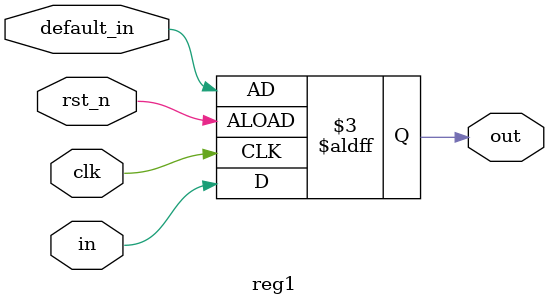
<source format=v>
module reg1 (
    input clk,
    input rst_n,
    input in,
    input default_in,
    output reg out
);
    
    always @(posedge clk or negedge rst_n) begin
        if (!rst_n) out <= default_in;
        else out <= in;
    end
endmodule
</source>
